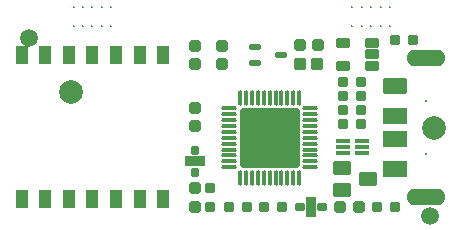
<source format=gts>
%FSLAX24Y24*%
%MOIN*%
G70*
G01*
G75*
G04 Layer_Color=3886870*
%ADD10C,0.0060*%
%ADD11C,0.0197*%
G04:AMPARAMS|DCode=12|XSize=55.1mil|YSize=39.4mil|CornerRadius=3mil|HoleSize=0mil|Usage=FLASHONLY|Rotation=0.000|XOffset=0mil|YOffset=0mil|HoleType=Round|Shape=RoundedRectangle|*
%AMROUNDEDRECTD12*
21,1,0.0551,0.0335,0,0,0.0*
21,1,0.0492,0.0394,0,0,0.0*
1,1,0.0059,0.0246,-0.0167*
1,1,0.0059,-0.0246,-0.0167*
1,1,0.0059,-0.0246,0.0167*
1,1,0.0059,0.0246,0.0167*
%
%ADD12ROUNDEDRECTD12*%
G04:AMPARAMS|DCode=13|XSize=31.5mil|YSize=23.6mil|CornerRadius=1.2mil|HoleSize=0mil|Usage=FLASHONLY|Rotation=90.000|XOffset=0mil|YOffset=0mil|HoleType=Round|Shape=RoundedRectangle|*
%AMROUNDEDRECTD13*
21,1,0.0315,0.0213,0,0,90.0*
21,1,0.0291,0.0236,0,0,90.0*
1,1,0.0024,0.0106,0.0146*
1,1,0.0024,0.0106,-0.0146*
1,1,0.0024,-0.0106,-0.0146*
1,1,0.0024,-0.0106,0.0146*
%
%ADD13ROUNDEDRECTD13*%
G04:AMPARAMS|DCode=14|XSize=19.7mil|YSize=19.7mil|CornerRadius=1mil|HoleSize=0mil|Usage=FLASHONLY|Rotation=90.000|XOffset=0mil|YOffset=0mil|HoleType=Round|Shape=RoundedRectangle|*
%AMROUNDEDRECTD14*
21,1,0.0197,0.0177,0,0,90.0*
21,1,0.0177,0.0197,0,0,90.0*
1,1,0.0020,0.0089,0.0089*
1,1,0.0020,0.0089,-0.0089*
1,1,0.0020,-0.0089,-0.0089*
1,1,0.0020,-0.0089,0.0089*
%
%ADD14ROUNDEDRECTD14*%
G04:AMPARAMS|DCode=15|XSize=19.7mil|YSize=19.7mil|CornerRadius=1mil|HoleSize=0mil|Usage=FLASHONLY|Rotation=180.000|XOffset=0mil|YOffset=0mil|HoleType=Round|Shape=RoundedRectangle|*
%AMROUNDEDRECTD15*
21,1,0.0197,0.0177,0,0,180.0*
21,1,0.0177,0.0197,0,0,180.0*
1,1,0.0020,-0.0089,0.0089*
1,1,0.0020,0.0089,0.0089*
1,1,0.0020,0.0089,-0.0089*
1,1,0.0020,-0.0089,-0.0089*
%
%ADD15ROUNDEDRECTD15*%
G04:AMPARAMS|DCode=16|XSize=15.7mil|YSize=19.7mil|CornerRadius=0mil|HoleSize=0mil|Usage=FLASHONLY|Rotation=90.000|XOffset=0mil|YOffset=0mil|HoleType=Round|Shape=Octagon|*
%AMOCTAGOND16*
4,1,8,-0.0098,-0.0039,-0.0098,0.0039,-0.0059,0.0079,0.0059,0.0079,0.0098,0.0039,0.0098,-0.0039,0.0059,-0.0079,-0.0059,-0.0079,-0.0098,-0.0039,0.0*
%
%ADD16OCTAGOND16*%

G04:AMPARAMS|DCode=17|XSize=31.5mil|YSize=23.6mil|CornerRadius=1.2mil|HoleSize=0mil|Usage=FLASHONLY|Rotation=0.000|XOffset=0mil|YOffset=0mil|HoleType=Round|Shape=RoundedRectangle|*
%AMROUNDEDRECTD17*
21,1,0.0315,0.0213,0,0,0.0*
21,1,0.0291,0.0236,0,0,0.0*
1,1,0.0024,0.0146,-0.0106*
1,1,0.0024,-0.0146,-0.0106*
1,1,0.0024,-0.0146,0.0106*
1,1,0.0024,0.0146,0.0106*
%
%ADD17ROUNDEDRECTD17*%
G04:AMPARAMS|DCode=18|XSize=15.7mil|YSize=19.7mil|CornerRadius=0mil|HoleSize=0mil|Usage=FLASHONLY|Rotation=0.000|XOffset=0mil|YOffset=0mil|HoleType=Round|Shape=Octagon|*
%AMOCTAGOND18*
4,1,8,-0.0039,0.0098,0.0039,0.0098,0.0079,0.0059,0.0079,-0.0059,0.0039,-0.0098,-0.0039,-0.0098,-0.0079,-0.0059,-0.0079,0.0059,-0.0039,0.0098,0.0*
%
%ADD18OCTAGOND18*%

G04:AMPARAMS|DCode=19|XSize=13.8mil|YSize=33.5mil|CornerRadius=0.7mil|HoleSize=0mil|Usage=FLASHONLY|Rotation=270.000|XOffset=0mil|YOffset=0mil|HoleType=Round|Shape=RoundedRectangle|*
%AMROUNDEDRECTD19*
21,1,0.0138,0.0321,0,0,270.0*
21,1,0.0124,0.0335,0,0,270.0*
1,1,0.0014,-0.0160,-0.0062*
1,1,0.0014,-0.0160,0.0062*
1,1,0.0014,0.0160,0.0062*
1,1,0.0014,0.0160,-0.0062*
%
%ADD19ROUNDEDRECTD19*%
G04:AMPARAMS|DCode=20|XSize=25.6mil|YSize=39.4mil|CornerRadius=2.6mil|HoleSize=0mil|Usage=FLASHONLY|Rotation=90.000|XOffset=0mil|YOffset=0mil|HoleType=Round|Shape=RoundedRectangle|*
%AMROUNDEDRECTD20*
21,1,0.0256,0.0343,0,0,90.0*
21,1,0.0205,0.0394,0,0,90.0*
1,1,0.0051,0.0171,0.0102*
1,1,0.0051,0.0171,-0.0102*
1,1,0.0051,-0.0171,-0.0102*
1,1,0.0051,-0.0171,0.0102*
%
%ADD20ROUNDEDRECTD20*%
G04:AMPARAMS|DCode=21|XSize=196.9mil|YSize=196.9mil|CornerRadius=9.8mil|HoleSize=0mil|Usage=FLASHONLY|Rotation=90.000|XOffset=0mil|YOffset=0mil|HoleType=Round|Shape=RoundedRectangle|*
%AMROUNDEDRECTD21*
21,1,0.1969,0.1772,0,0,90.0*
21,1,0.1772,0.1969,0,0,90.0*
1,1,0.0197,0.0886,0.0886*
1,1,0.0197,0.0886,-0.0886*
1,1,0.0197,-0.0886,-0.0886*
1,1,0.0197,-0.0886,0.0886*
%
%ADD21ROUNDEDRECTD21*%
G04:AMPARAMS|DCode=22|XSize=47.2mil|YSize=11.8mil|CornerRadius=5.9mil|HoleSize=0mil|Usage=FLASHONLY|Rotation=90.000|XOffset=0mil|YOffset=0mil|HoleType=Round|Shape=RoundedRectangle|*
%AMROUNDEDRECTD22*
21,1,0.0472,0.0000,0,0,90.0*
21,1,0.0354,0.0118,0,0,90.0*
1,1,0.0118,0.0000,0.0177*
1,1,0.0118,0.0000,-0.0177*
1,1,0.0118,0.0000,-0.0177*
1,1,0.0118,0.0000,0.0177*
%
%ADD22ROUNDEDRECTD22*%
G04:AMPARAMS|DCode=23|XSize=47.2mil|YSize=11.8mil|CornerRadius=5.9mil|HoleSize=0mil|Usage=FLASHONLY|Rotation=0.000|XOffset=0mil|YOffset=0mil|HoleType=Round|Shape=RoundedRectangle|*
%AMROUNDEDRECTD23*
21,1,0.0472,0.0000,0,0,0.0*
21,1,0.0354,0.0118,0,0,0.0*
1,1,0.0118,0.0177,0.0000*
1,1,0.0118,-0.0177,0.0000*
1,1,0.0118,-0.0177,0.0000*
1,1,0.0118,0.0177,0.0000*
%
%ADD23ROUNDEDRECTD23*%
G04:AMPARAMS|DCode=24|XSize=39mil|YSize=11.8mil|CornerRadius=0.9mil|HoleSize=0mil|Usage=FLASHONLY|Rotation=180.000|XOffset=0mil|YOffset=0mil|HoleType=Round|Shape=RoundedRectangle|*
%AMROUNDEDRECTD24*
21,1,0.0390,0.0100,0,0,180.0*
21,1,0.0372,0.0118,0,0,180.0*
1,1,0.0018,-0.0186,0.0050*
1,1,0.0018,0.0186,0.0050*
1,1,0.0018,0.0186,-0.0050*
1,1,0.0018,-0.0186,-0.0050*
%
%ADD24ROUNDEDRECTD24*%
G04:AMPARAMS|DCode=25|XSize=31.5mil|YSize=29.5mil|CornerRadius=3mil|HoleSize=0mil|Usage=FLASHONLY|Rotation=180.000|XOffset=0mil|YOffset=0mil|HoleType=Round|Shape=RoundedRectangle|*
%AMROUNDEDRECTD25*
21,1,0.0315,0.0236,0,0,180.0*
21,1,0.0256,0.0295,0,0,180.0*
1,1,0.0059,-0.0128,0.0118*
1,1,0.0059,0.0128,0.0118*
1,1,0.0059,0.0128,-0.0118*
1,1,0.0059,-0.0128,-0.0118*
%
%ADD25ROUNDEDRECTD25*%
G04:AMPARAMS|DCode=26|XSize=31.5mil|YSize=29.5mil|CornerRadius=3mil|HoleSize=0mil|Usage=FLASHONLY|Rotation=270.000|XOffset=0mil|YOffset=0mil|HoleType=Round|Shape=RoundedRectangle|*
%AMROUNDEDRECTD26*
21,1,0.0315,0.0236,0,0,270.0*
21,1,0.0256,0.0295,0,0,270.0*
1,1,0.0059,-0.0118,-0.0128*
1,1,0.0059,-0.0118,0.0128*
1,1,0.0059,0.0118,0.0128*
1,1,0.0059,0.0118,-0.0128*
%
%ADD26ROUNDEDRECTD26*%
G04:AMPARAMS|DCode=27|XSize=31.5mil|YSize=31.5mil|CornerRadius=3.2mil|HoleSize=0mil|Usage=FLASHONLY|Rotation=180.000|XOffset=0mil|YOffset=0mil|HoleType=Round|Shape=RoundedRectangle|*
%AMROUNDEDRECTD27*
21,1,0.0315,0.0252,0,0,180.0*
21,1,0.0252,0.0315,0,0,180.0*
1,1,0.0063,-0.0126,0.0126*
1,1,0.0063,0.0126,0.0126*
1,1,0.0063,0.0126,-0.0126*
1,1,0.0063,-0.0126,-0.0126*
%
%ADD27ROUNDEDRECTD27*%
G04:AMPARAMS|DCode=28|XSize=31.5mil|YSize=31.5mil|CornerRadius=3.2mil|HoleSize=0mil|Usage=FLASHONLY|Rotation=90.000|XOffset=0mil|YOffset=0mil|HoleType=Round|Shape=RoundedRectangle|*
%AMROUNDEDRECTD28*
21,1,0.0315,0.0252,0,0,90.0*
21,1,0.0252,0.0315,0,0,90.0*
1,1,0.0063,0.0126,0.0126*
1,1,0.0063,0.0126,-0.0126*
1,1,0.0063,-0.0126,-0.0126*
1,1,0.0063,-0.0126,0.0126*
%
%ADD28ROUNDEDRECTD28*%
G04:AMPARAMS|DCode=29|XSize=47.2mil|YSize=78.7mil|CornerRadius=3.5mil|HoleSize=0mil|Usage=FLASHONLY|Rotation=90.000|XOffset=0mil|YOffset=0mil|HoleType=Round|Shape=RoundedRectangle|*
%AMROUNDEDRECTD29*
21,1,0.0472,0.0717,0,0,90.0*
21,1,0.0402,0.0787,0,0,90.0*
1,1,0.0071,0.0358,0.0201*
1,1,0.0071,0.0358,-0.0201*
1,1,0.0071,-0.0358,-0.0201*
1,1,0.0071,-0.0358,0.0201*
%
%ADD29ROUNDEDRECTD29*%
G04:AMPARAMS|DCode=30|XSize=47.2mil|YSize=78.7mil|CornerRadius=0mil|HoleSize=0mil|Usage=FLASHONLY|Rotation=90.000|XOffset=0mil|YOffset=0mil|HoleType=Round|Shape=RoundedRectangle|*
%AMROUNDEDRECTD30*
21,1,0.0472,0.0787,0,0,90.0*
21,1,0.0472,0.0787,0,0,90.0*
1,1,0.0000,0.0394,0.0236*
1,1,0.0000,0.0394,-0.0236*
1,1,0.0000,-0.0394,-0.0236*
1,1,0.0000,-0.0394,0.0236*
%
%ADD30ROUNDEDRECTD30*%
G04:AMPARAMS|DCode=31|XSize=39.4mil|YSize=59.1mil|CornerRadius=3mil|HoleSize=0mil|Usage=FLASHONLY|Rotation=0.000|XOffset=0mil|YOffset=0mil|HoleType=Round|Shape=RoundedRectangle|*
%AMROUNDEDRECTD31*
21,1,0.0394,0.0532,0,0,0.0*
21,1,0.0335,0.0591,0,0,0.0*
1,1,0.0059,0.0167,-0.0266*
1,1,0.0059,-0.0167,-0.0266*
1,1,0.0059,-0.0167,0.0266*
1,1,0.0059,0.0167,0.0266*
%
%ADD31ROUNDEDRECTD31*%
%ADD32C,0.0080*%
%ADD33C,0.0100*%
G04:AMPARAMS|DCode=34|XSize=3.9mil|YSize=3.9mil|CornerRadius=0.3mil|HoleSize=0mil|Usage=FLASHONLY|Rotation=0.000|XOffset=0mil|YOffset=0mil|HoleType=Round|Shape=RoundedRectangle|*
%AMROUNDEDRECTD34*
21,1,0.0039,0.0033,0,0,0.0*
21,1,0.0033,0.0039,0,0,0.0*
1,1,0.0006,0.0017,-0.0017*
1,1,0.0006,-0.0017,-0.0017*
1,1,0.0006,-0.0017,0.0017*
1,1,0.0006,0.0017,0.0017*
%
%ADD34ROUNDEDRECTD34*%
%ADD35C,0.0197*%
%ADD36C,0.0315*%
%ADD37C,0.0039*%
%ADD38O,0.1260X0.0512*%
%ADD39C,0.0472*%
G04:AMPARAMS|DCode=40|XSize=45.3mil|YSize=86.6mil|CornerRadius=1.1mil|HoleSize=0mil|Usage=FLASHONLY|Rotation=270.000|XOffset=0mil|YOffset=0mil|HoleType=Round|Shape=RoundedRectangle|*
%AMROUNDEDRECTD40*
21,1,0.0453,0.0843,0,0,270.0*
21,1,0.0430,0.0866,0,0,270.0*
1,1,0.0023,-0.0422,-0.0215*
1,1,0.0023,-0.0422,0.0215*
1,1,0.0023,0.0422,0.0215*
1,1,0.0023,0.0422,-0.0215*
%
%ADD40ROUNDEDRECTD40*%
G04:AMPARAMS|DCode=41|XSize=45.3mil|YSize=98.4mil|CornerRadius=1.1mil|HoleSize=0mil|Usage=FLASHONLY|Rotation=270.000|XOffset=0mil|YOffset=0mil|HoleType=Round|Shape=RoundedRectangle|*
%AMROUNDEDRECTD41*
21,1,0.0453,0.0962,0,0,270.0*
21,1,0.0430,0.0984,0,0,270.0*
1,1,0.0023,-0.0481,-0.0215*
1,1,0.0023,-0.0481,0.0215*
1,1,0.0023,0.0481,0.0215*
1,1,0.0023,0.0481,-0.0215*
%
%ADD41ROUNDEDRECTD41*%
G04:AMPARAMS|DCode=42|XSize=31.5mil|YSize=48.8mil|CornerRadius=0.8mil|HoleSize=0mil|Usage=FLASHONLY|Rotation=270.000|XOffset=0mil|YOffset=0mil|HoleType=Round|Shape=RoundedRectangle|*
%AMROUNDEDRECTD42*
21,1,0.0315,0.0472,0,0,270.0*
21,1,0.0299,0.0488,0,0,270.0*
1,1,0.0016,-0.0236,-0.0150*
1,1,0.0016,-0.0236,0.0150*
1,1,0.0016,0.0236,0.0150*
1,1,0.0016,0.0236,-0.0150*
%
%ADD42ROUNDEDRECTD42*%
G04:AMPARAMS|DCode=43|XSize=59.1mil|YSize=45.3mil|CornerRadius=1.1mil|HoleSize=0mil|Usage=FLASHONLY|Rotation=270.000|XOffset=0mil|YOffset=0mil|HoleType=Round|Shape=RoundedRectangle|*
%AMROUNDEDRECTD43*
21,1,0.0591,0.0430,0,0,270.0*
21,1,0.0568,0.0453,0,0,270.0*
1,1,0.0023,-0.0215,-0.0284*
1,1,0.0023,-0.0215,0.0284*
1,1,0.0023,0.0215,0.0284*
1,1,0.0023,0.0215,-0.0284*
%
%ADD43ROUNDEDRECTD43*%
G04:AMPARAMS|DCode=44|XSize=45.7mil|YSize=47.2mil|CornerRadius=1.1mil|HoleSize=0mil|Usage=FLASHONLY|Rotation=270.000|XOffset=0mil|YOffset=0mil|HoleType=Round|Shape=RoundedRectangle|*
%AMROUNDEDRECTD44*
21,1,0.0457,0.0450,0,0,270.0*
21,1,0.0434,0.0472,0,0,270.0*
1,1,0.0023,-0.0225,-0.0217*
1,1,0.0023,-0.0225,0.0217*
1,1,0.0023,0.0225,0.0217*
1,1,0.0023,0.0225,-0.0217*
%
%ADD44ROUNDEDRECTD44*%
%ADD45C,0.0079*%
%ADD46C,0.0070*%
%ADD47R,0.0236X0.1181*%
%ADD48R,0.0295X0.0315*%
%ADD49R,0.0157X0.0571*%
%ADD50R,0.0394X0.0236*%
%ADD51R,0.0236X0.0394*%
G04:AMPARAMS|DCode=52|XSize=192.9mil|YSize=192.9mil|CornerRadius=7.9mil|HoleSize=0mil|Usage=FLASHONLY|Rotation=90.000|XOffset=0mil|YOffset=0mil|HoleType=Round|Shape=RoundedRectangle|*
%AMROUNDEDRECTD52*
21,1,0.1929,0.1772,0,0,90.0*
21,1,0.1772,0.1929,0,0,90.0*
1,1,0.0157,0.0886,0.0886*
1,1,0.0157,0.0886,-0.0886*
1,1,0.0157,-0.0886,-0.0886*
1,1,0.0157,-0.0886,0.0886*
%
%ADD52ROUNDEDRECTD52*%
G04:AMPARAMS|DCode=53|XSize=43.3mil|YSize=7.9mil|CornerRadius=3.9mil|HoleSize=0mil|Usage=FLASHONLY|Rotation=90.000|XOffset=0mil|YOffset=0mil|HoleType=Round|Shape=RoundedRectangle|*
%AMROUNDEDRECTD53*
21,1,0.0433,0.0000,0,0,90.0*
21,1,0.0354,0.0079,0,0,90.0*
1,1,0.0079,0.0000,0.0177*
1,1,0.0079,0.0000,-0.0177*
1,1,0.0079,0.0000,-0.0177*
1,1,0.0079,0.0000,0.0177*
%
%ADD53ROUNDEDRECTD53*%
G04:AMPARAMS|DCode=54|XSize=43.3mil|YSize=7.9mil|CornerRadius=3.9mil|HoleSize=0mil|Usage=FLASHONLY|Rotation=0.000|XOffset=0mil|YOffset=0mil|HoleType=Round|Shape=RoundedRectangle|*
%AMROUNDEDRECTD54*
21,1,0.0433,0.0000,0,0,0.0*
21,1,0.0354,0.0079,0,0,0.0*
1,1,0.0079,0.0177,0.0000*
1,1,0.0079,-0.0177,0.0000*
1,1,0.0079,-0.0177,0.0000*
1,1,0.0079,0.0177,0.0000*
%
%ADD54ROUNDEDRECTD54*%
G04:AMPARAMS|DCode=55|XSize=43.3mil|YSize=74.8mil|CornerRadius=1.6mil|HoleSize=0mil|Usage=FLASHONLY|Rotation=90.000|XOffset=0mil|YOffset=0mil|HoleType=Round|Shape=RoundedRectangle|*
%AMROUNDEDRECTD55*
21,1,0.0433,0.0717,0,0,90.0*
21,1,0.0402,0.0748,0,0,90.0*
1,1,0.0032,0.0358,0.0201*
1,1,0.0032,0.0358,-0.0201*
1,1,0.0032,-0.0358,-0.0201*
1,1,0.0032,-0.0358,0.0201*
%
%ADD55ROUNDEDRECTD55*%
G04:AMPARAMS|DCode=56|XSize=43.3mil|YSize=74.8mil|CornerRadius=0mil|HoleSize=0mil|Usage=FLASHONLY|Rotation=90.000|XOffset=0mil|YOffset=0mil|HoleType=Round|Shape=RoundedRectangle|*
%AMROUNDEDRECTD56*
21,1,0.0433,0.0748,0,0,90.0*
21,1,0.0433,0.0748,0,0,90.0*
1,1,0.0000,0.0374,0.0217*
1,1,0.0000,0.0374,-0.0217*
1,1,0.0000,-0.0374,-0.0217*
1,1,0.0000,-0.0374,0.0217*
%
%ADD56ROUNDEDRECTD56*%
G04:AMPARAMS|DCode=57|XSize=35.4mil|YSize=55.1mil|CornerRadius=1mil|HoleSize=0mil|Usage=FLASHONLY|Rotation=0.000|XOffset=0mil|YOffset=0mil|HoleType=Round|Shape=RoundedRectangle|*
%AMROUNDEDRECTD57*
21,1,0.0354,0.0532,0,0,0.0*
21,1,0.0335,0.0551,0,0,0.0*
1,1,0.0020,0.0167,-0.0266*
1,1,0.0020,-0.0167,-0.0266*
1,1,0.0020,-0.0167,0.0266*
1,1,0.0020,0.0167,0.0266*
%
%ADD57ROUNDEDRECTD57*%
%ADD58C,0.0787*%
G04:AMPARAMS|DCode=59|XSize=63.1mil|YSize=47.4mil|CornerRadius=7mil|HoleSize=0mil|Usage=FLASHONLY|Rotation=0.000|XOffset=0mil|YOffset=0mil|HoleType=Round|Shape=RoundedRectangle|*
%AMROUNDEDRECTD59*
21,1,0.0631,0.0335,0,0,0.0*
21,1,0.0492,0.0474,0,0,0.0*
1,1,0.0139,0.0246,-0.0167*
1,1,0.0139,-0.0246,-0.0167*
1,1,0.0139,-0.0246,0.0167*
1,1,0.0139,0.0246,0.0167*
%
%ADD59ROUNDEDRECTD59*%
G04:AMPARAMS|DCode=60|XSize=35.4mil|YSize=27.6mil|CornerRadius=3.2mil|HoleSize=0mil|Usage=FLASHONLY|Rotation=90.000|XOffset=0mil|YOffset=0mil|HoleType=Round|Shape=RoundedRectangle|*
%AMROUNDEDRECTD60*
21,1,0.0354,0.0213,0,0,90.0*
21,1,0.0291,0.0276,0,0,90.0*
1,1,0.0063,0.0106,0.0146*
1,1,0.0063,0.0106,-0.0146*
1,1,0.0063,-0.0106,-0.0146*
1,1,0.0063,-0.0106,0.0146*
%
%ADD60ROUNDEDRECTD60*%
G04:AMPARAMS|DCode=61|XSize=23.6mil|YSize=23.6mil|CornerRadius=3mil|HoleSize=0mil|Usage=FLASHONLY|Rotation=90.000|XOffset=0mil|YOffset=0mil|HoleType=Round|Shape=RoundedRectangle|*
%AMROUNDEDRECTD61*
21,1,0.0236,0.0177,0,0,90.0*
21,1,0.0177,0.0236,0,0,90.0*
1,1,0.0059,0.0089,0.0089*
1,1,0.0059,0.0089,-0.0089*
1,1,0.0059,-0.0089,-0.0089*
1,1,0.0059,-0.0089,0.0089*
%
%ADD61ROUNDEDRECTD61*%
G04:AMPARAMS|DCode=62|XSize=23.6mil|YSize=23.6mil|CornerRadius=3mil|HoleSize=0mil|Usage=FLASHONLY|Rotation=180.000|XOffset=0mil|YOffset=0mil|HoleType=Round|Shape=RoundedRectangle|*
%AMROUNDEDRECTD62*
21,1,0.0236,0.0177,0,0,180.0*
21,1,0.0177,0.0236,0,0,180.0*
1,1,0.0059,-0.0089,0.0089*
1,1,0.0059,0.0089,0.0089*
1,1,0.0059,0.0089,-0.0089*
1,1,0.0059,-0.0089,-0.0089*
%
%ADD62ROUNDEDRECTD62*%
G04:AMPARAMS|DCode=63|XSize=19.7mil|YSize=23.6mil|CornerRadius=0mil|HoleSize=0mil|Usage=FLASHONLY|Rotation=90.000|XOffset=0mil|YOffset=0mil|HoleType=Round|Shape=Octagon|*
%AMOCTAGOND63*
4,1,8,-0.0118,-0.0049,-0.0118,0.0049,-0.0069,0.0098,0.0069,0.0098,0.0118,0.0049,0.0118,-0.0049,0.0069,-0.0098,-0.0069,-0.0098,-0.0118,-0.0049,0.0*
%
%ADD63OCTAGOND63*%

G04:AMPARAMS|DCode=64|XSize=35.4mil|YSize=27.6mil|CornerRadius=3.2mil|HoleSize=0mil|Usage=FLASHONLY|Rotation=0.000|XOffset=0mil|YOffset=0mil|HoleType=Round|Shape=RoundedRectangle|*
%AMROUNDEDRECTD64*
21,1,0.0354,0.0213,0,0,0.0*
21,1,0.0291,0.0276,0,0,0.0*
1,1,0.0063,0.0146,-0.0106*
1,1,0.0063,-0.0146,-0.0106*
1,1,0.0063,-0.0146,0.0106*
1,1,0.0063,0.0146,0.0106*
%
%ADD64ROUNDEDRECTD64*%
G04:AMPARAMS|DCode=65|XSize=19.7mil|YSize=23.6mil|CornerRadius=0mil|HoleSize=0mil|Usage=FLASHONLY|Rotation=0.000|XOffset=0mil|YOffset=0mil|HoleType=Round|Shape=Octagon|*
%AMOCTAGOND65*
4,1,8,-0.0049,0.0118,0.0049,0.0118,0.0098,0.0069,0.0098,-0.0069,0.0049,-0.0118,-0.0049,-0.0118,-0.0098,-0.0069,-0.0098,0.0069,-0.0049,0.0118,0.0*
%
%ADD65OCTAGOND65*%

G04:AMPARAMS|DCode=66|XSize=17.7mil|YSize=37.4mil|CornerRadius=2.7mil|HoleSize=0mil|Usage=FLASHONLY|Rotation=270.000|XOffset=0mil|YOffset=0mil|HoleType=Round|Shape=RoundedRectangle|*
%AMROUNDEDRECTD66*
21,1,0.0177,0.0321,0,0,270.0*
21,1,0.0124,0.0374,0,0,270.0*
1,1,0.0053,-0.0160,-0.0062*
1,1,0.0053,-0.0160,0.0062*
1,1,0.0053,0.0160,0.0062*
1,1,0.0053,0.0160,-0.0062*
%
%ADD66ROUNDEDRECTD66*%
G04:AMPARAMS|DCode=67|XSize=33.6mil|YSize=47.4mil|CornerRadius=6.6mil|HoleSize=0mil|Usage=FLASHONLY|Rotation=90.000|XOffset=0mil|YOffset=0mil|HoleType=Round|Shape=RoundedRectangle|*
%AMROUNDEDRECTD67*
21,1,0.0336,0.0343,0,0,90.0*
21,1,0.0205,0.0474,0,0,90.0*
1,1,0.0131,0.0171,0.0102*
1,1,0.0131,0.0171,-0.0102*
1,1,0.0131,-0.0171,-0.0102*
1,1,0.0131,-0.0171,0.0102*
%
%ADD67ROUNDEDRECTD67*%
G04:AMPARAMS|DCode=68|XSize=200.8mil|YSize=200.8mil|CornerRadius=11.8mil|HoleSize=0mil|Usage=FLASHONLY|Rotation=90.000|XOffset=0mil|YOffset=0mil|HoleType=Round|Shape=RoundedRectangle|*
%AMROUNDEDRECTD68*
21,1,0.2008,0.1772,0,0,90.0*
21,1,0.1772,0.2008,0,0,90.0*
1,1,0.0236,0.0886,0.0886*
1,1,0.0236,0.0886,-0.0886*
1,1,0.0236,-0.0886,-0.0886*
1,1,0.0236,-0.0886,0.0886*
%
%ADD68ROUNDEDRECTD68*%
G04:AMPARAMS|DCode=69|XSize=51.2mil|YSize=15.7mil|CornerRadius=7.9mil|HoleSize=0mil|Usage=FLASHONLY|Rotation=90.000|XOffset=0mil|YOffset=0mil|HoleType=Round|Shape=RoundedRectangle|*
%AMROUNDEDRECTD69*
21,1,0.0512,0.0000,0,0,90.0*
21,1,0.0354,0.0157,0,0,90.0*
1,1,0.0157,0.0000,0.0177*
1,1,0.0157,0.0000,-0.0177*
1,1,0.0157,0.0000,-0.0177*
1,1,0.0157,0.0000,0.0177*
%
%ADD69ROUNDEDRECTD69*%
G04:AMPARAMS|DCode=70|XSize=51.2mil|YSize=15.7mil|CornerRadius=7.9mil|HoleSize=0mil|Usage=FLASHONLY|Rotation=0.000|XOffset=0mil|YOffset=0mil|HoleType=Round|Shape=RoundedRectangle|*
%AMROUNDEDRECTD70*
21,1,0.0512,0.0000,0,0,0.0*
21,1,0.0354,0.0157,0,0,0.0*
1,1,0.0157,0.0177,0.0000*
1,1,0.0157,-0.0177,0.0000*
1,1,0.0157,-0.0177,0.0000*
1,1,0.0157,0.0177,0.0000*
%
%ADD70ROUNDEDRECTD70*%
G04:AMPARAMS|DCode=71|XSize=43.7mil|YSize=16.5mil|CornerRadius=3.2mil|HoleSize=0mil|Usage=FLASHONLY|Rotation=180.000|XOffset=0mil|YOffset=0mil|HoleType=Round|Shape=RoundedRectangle|*
%AMROUNDEDRECTD71*
21,1,0.0437,0.0100,0,0,180.0*
21,1,0.0372,0.0165,0,0,180.0*
1,1,0.0065,-0.0186,0.0050*
1,1,0.0065,0.0186,0.0050*
1,1,0.0065,0.0186,-0.0050*
1,1,0.0065,-0.0186,-0.0050*
%
%ADD71ROUNDEDRECTD71*%
G04:AMPARAMS|DCode=72|XSize=39.4mil|YSize=37.4mil|CornerRadius=6.9mil|HoleSize=0mil|Usage=FLASHONLY|Rotation=180.000|XOffset=0mil|YOffset=0mil|HoleType=Round|Shape=RoundedRectangle|*
%AMROUNDEDRECTD72*
21,1,0.0394,0.0236,0,0,180.0*
21,1,0.0256,0.0374,0,0,180.0*
1,1,0.0138,-0.0128,0.0118*
1,1,0.0138,0.0128,0.0118*
1,1,0.0138,0.0128,-0.0118*
1,1,0.0138,-0.0128,-0.0118*
%
%ADD72ROUNDEDRECTD72*%
G04:AMPARAMS|DCode=73|XSize=39.4mil|YSize=37.4mil|CornerRadius=6.9mil|HoleSize=0mil|Usage=FLASHONLY|Rotation=270.000|XOffset=0mil|YOffset=0mil|HoleType=Round|Shape=RoundedRectangle|*
%AMROUNDEDRECTD73*
21,1,0.0394,0.0236,0,0,270.0*
21,1,0.0256,0.0374,0,0,270.0*
1,1,0.0138,-0.0118,-0.0128*
1,1,0.0138,-0.0118,0.0128*
1,1,0.0138,0.0118,0.0128*
1,1,0.0138,0.0118,-0.0128*
%
%ADD73ROUNDEDRECTD73*%
G04:AMPARAMS|DCode=74|XSize=39.4mil|YSize=39.4mil|CornerRadius=7.1mil|HoleSize=0mil|Usage=FLASHONLY|Rotation=180.000|XOffset=0mil|YOffset=0mil|HoleType=Round|Shape=RoundedRectangle|*
%AMROUNDEDRECTD74*
21,1,0.0394,0.0252,0,0,180.0*
21,1,0.0252,0.0394,0,0,180.0*
1,1,0.0142,-0.0126,0.0126*
1,1,0.0142,0.0126,0.0126*
1,1,0.0142,0.0126,-0.0126*
1,1,0.0142,-0.0126,-0.0126*
%
%ADD74ROUNDEDRECTD74*%
G04:AMPARAMS|DCode=75|XSize=39.4mil|YSize=39.4mil|CornerRadius=7.1mil|HoleSize=0mil|Usage=FLASHONLY|Rotation=90.000|XOffset=0mil|YOffset=0mil|HoleType=Round|Shape=RoundedRectangle|*
%AMROUNDEDRECTD75*
21,1,0.0394,0.0252,0,0,90.0*
21,1,0.0252,0.0394,0,0,90.0*
1,1,0.0142,0.0126,0.0126*
1,1,0.0142,0.0126,-0.0126*
1,1,0.0142,-0.0126,-0.0126*
1,1,0.0142,-0.0126,0.0126*
%
%ADD75ROUNDEDRECTD75*%
G04:AMPARAMS|DCode=76|XSize=51.2mil|YSize=82.7mil|CornerRadius=5.5mil|HoleSize=0mil|Usage=FLASHONLY|Rotation=90.000|XOffset=0mil|YOffset=0mil|HoleType=Round|Shape=RoundedRectangle|*
%AMROUNDEDRECTD76*
21,1,0.0512,0.0717,0,0,90.0*
21,1,0.0402,0.0827,0,0,90.0*
1,1,0.0110,0.0358,0.0201*
1,1,0.0110,0.0358,-0.0201*
1,1,0.0110,-0.0358,-0.0201*
1,1,0.0110,-0.0358,0.0201*
%
%ADD76ROUNDEDRECTD76*%
G04:AMPARAMS|DCode=77|XSize=51.2mil|YSize=82.7mil|CornerRadius=0mil|HoleSize=0mil|Usage=FLASHONLY|Rotation=90.000|XOffset=0mil|YOffset=0mil|HoleType=Round|Shape=RoundedRectangle|*
%AMROUNDEDRECTD77*
21,1,0.0512,0.0827,0,0,90.0*
21,1,0.0512,0.0827,0,0,90.0*
1,1,0.0000,0.0413,0.0256*
1,1,0.0000,0.0413,-0.0256*
1,1,0.0000,-0.0413,-0.0256*
1,1,0.0000,-0.0413,0.0256*
%
%ADD77ROUNDEDRECTD77*%
G04:AMPARAMS|DCode=78|XSize=43.3mil|YSize=63mil|CornerRadius=4.9mil|HoleSize=0mil|Usage=FLASHONLY|Rotation=0.000|XOffset=0mil|YOffset=0mil|HoleType=Round|Shape=RoundedRectangle|*
%AMROUNDEDRECTD78*
21,1,0.0433,0.0532,0,0,0.0*
21,1,0.0335,0.0630,0,0,0.0*
1,1,0.0098,0.0167,-0.0266*
1,1,0.0098,-0.0167,-0.0266*
1,1,0.0098,-0.0167,0.0266*
1,1,0.0098,0.0167,0.0266*
%
%ADD78ROUNDEDRECTD78*%
G04:AMPARAMS|DCode=79|XSize=35.4mil|YSize=33.5mil|CornerRadius=4.9mil|HoleSize=0mil|Usage=FLASHONLY|Rotation=0.000|XOffset=0mil|YOffset=0mil|HoleType=Round|Shape=RoundedRectangle|*
%AMROUNDEDRECTD79*
21,1,0.0354,0.0236,0,0,0.0*
21,1,0.0256,0.0335,0,0,0.0*
1,1,0.0098,0.0128,-0.0118*
1,1,0.0098,-0.0128,-0.0118*
1,1,0.0098,-0.0128,0.0118*
1,1,0.0098,0.0128,0.0118*
%
%ADD79ROUNDEDRECTD79*%
G04:AMPARAMS|DCode=80|XSize=35.4mil|YSize=33.5mil|CornerRadius=4.9mil|HoleSize=0mil|Usage=FLASHONLY|Rotation=90.000|XOffset=0mil|YOffset=0mil|HoleType=Round|Shape=RoundedRectangle|*
%AMROUNDEDRECTD80*
21,1,0.0354,0.0236,0,0,90.0*
21,1,0.0256,0.0335,0,0,90.0*
1,1,0.0098,0.0118,0.0128*
1,1,0.0098,0.0118,-0.0128*
1,1,0.0098,-0.0118,-0.0128*
1,1,0.0098,-0.0118,0.0128*
%
%ADD80ROUNDEDRECTD80*%
G04:AMPARAMS|DCode=81|XSize=7.9mil|YSize=7.9mil|CornerRadius=2.3mil|HoleSize=0mil|Usage=FLASHONLY|Rotation=0.000|XOffset=0mil|YOffset=0mil|HoleType=Round|Shape=RoundedRectangle|*
%AMROUNDEDRECTD81*
21,1,0.0079,0.0033,0,0,0.0*
21,1,0.0033,0.0079,0,0,0.0*
1,1,0.0045,0.0017,-0.0017*
1,1,0.0045,-0.0017,-0.0017*
1,1,0.0045,-0.0017,0.0017*
1,1,0.0045,0.0017,0.0017*
%
%ADD81ROUNDEDRECTD81*%
%ADD82C,0.0591*%
%ADD83C,0.0079*%
%ADD84O,0.1299X0.0551*%
D58*
X2205Y4528D02*
D03*
X14311Y3307D02*
D03*
D59*
X11220Y1240D02*
D03*
X12087Y1614D02*
D03*
X11220Y1988D02*
D03*
D60*
X6319Y2205D02*
D03*
X6122D02*
D03*
X6516D02*
D03*
D61*
X6319Y2598D02*
D03*
X9803Y689D02*
D03*
D62*
X6319Y1811D02*
D03*
X10591Y689D02*
D03*
D63*
X6319Y2520D02*
D03*
Y1890D02*
D03*
D64*
X10197Y689D02*
D03*
Y886D02*
D03*
Y492D02*
D03*
D65*
X10512Y689D02*
D03*
X9882D02*
D03*
D66*
X8346Y6004D02*
D03*
Y5492D02*
D03*
X9213Y5748D02*
D03*
D67*
X11250Y5394D02*
D03*
Y6142D02*
D03*
X12215D02*
D03*
Y5768D02*
D03*
Y5394D02*
D03*
D68*
X8819Y2992D02*
D03*
D69*
X9803Y1654D02*
D03*
X9606D02*
D03*
X9409D02*
D03*
X9213D02*
D03*
X9016Y1654D02*
D03*
X8819D02*
D03*
X8622Y1654D02*
D03*
X8425D02*
D03*
X8228D02*
D03*
X8031Y1654D02*
D03*
X7835D02*
D03*
Y4331D02*
D03*
X8031D02*
D03*
X8228Y4331D02*
D03*
X8425D02*
D03*
X8622D02*
D03*
X8819Y4331D02*
D03*
X9016D02*
D03*
X9213Y4331D02*
D03*
X9409D02*
D03*
X9606D02*
D03*
X9803D02*
D03*
D70*
X7480Y2008D02*
D03*
Y2205D02*
D03*
X7480Y2402D02*
D03*
Y2598D02*
D03*
X7480Y2795D02*
D03*
Y2992D02*
D03*
Y3189D02*
D03*
X7480Y3386D02*
D03*
Y3583D02*
D03*
X7480Y3780D02*
D03*
Y3976D02*
D03*
X10157Y3976D02*
D03*
Y3780D02*
D03*
Y3583D02*
D03*
Y3386D02*
D03*
Y3189D02*
D03*
Y2992D02*
D03*
Y2795D02*
D03*
Y2598D02*
D03*
Y2402D02*
D03*
Y2205D02*
D03*
Y2008D02*
D03*
D71*
X11890Y2480D02*
D03*
X11890Y2874D02*
D03*
X11260D02*
D03*
Y2480D02*
D03*
Y2677D02*
D03*
X11890D02*
D03*
D72*
X6319Y689D02*
D03*
Y1299D02*
D03*
Y3386D02*
D03*
Y3996D02*
D03*
X6339Y6053D02*
D03*
Y5443D02*
D03*
X7244Y6053D02*
D03*
Y5443D02*
D03*
D73*
X11782Y689D02*
D03*
X11171D02*
D03*
X9823Y6083D02*
D03*
X10433D02*
D03*
D74*
X9823Y5433D02*
D03*
D75*
X10413D02*
D03*
D76*
X12992Y4708D02*
D03*
D77*
Y3724D02*
D03*
Y2936D02*
D03*
Y1952D02*
D03*
D78*
X551Y5748D02*
D03*
X1339D02*
D03*
X2126D02*
D03*
X2913D02*
D03*
X3701D02*
D03*
X4488D02*
D03*
X5276D02*
D03*
Y945D02*
D03*
X4488D02*
D03*
X3701D02*
D03*
X2913D02*
D03*
X2126D02*
D03*
X1339D02*
D03*
X551D02*
D03*
D79*
X6831Y1299D02*
D03*
Y689D02*
D03*
D80*
X11260Y4862D02*
D03*
X11870D02*
D03*
X11260Y4390D02*
D03*
X11870D02*
D03*
Y3917D02*
D03*
X11260D02*
D03*
X12992Y6240D02*
D03*
X13602D02*
D03*
X12392Y689D02*
D03*
X13002D02*
D03*
X11260Y3445D02*
D03*
X11870D02*
D03*
X9242Y689D02*
D03*
X8632D02*
D03*
X8061D02*
D03*
X7451D02*
D03*
D81*
X2283Y7362D02*
D03*
X2598D02*
D03*
X2913D02*
D03*
X3228D02*
D03*
X3543D02*
D03*
Y6732D02*
D03*
X3228D02*
D03*
X2913D02*
D03*
X2598D02*
D03*
X2283D02*
D03*
X11575D02*
D03*
X11890D02*
D03*
X12205D02*
D03*
X12520D02*
D03*
X12835D02*
D03*
Y7362D02*
D03*
X12520D02*
D03*
X12205D02*
D03*
X11890D02*
D03*
X11575D02*
D03*
D82*
X787Y6299D02*
D03*
X14173Y394D02*
D03*
D83*
X14016Y4216D02*
D03*
Y2444D02*
D03*
D84*
Y1027D02*
D03*
Y5633D02*
D03*
M02*

</source>
